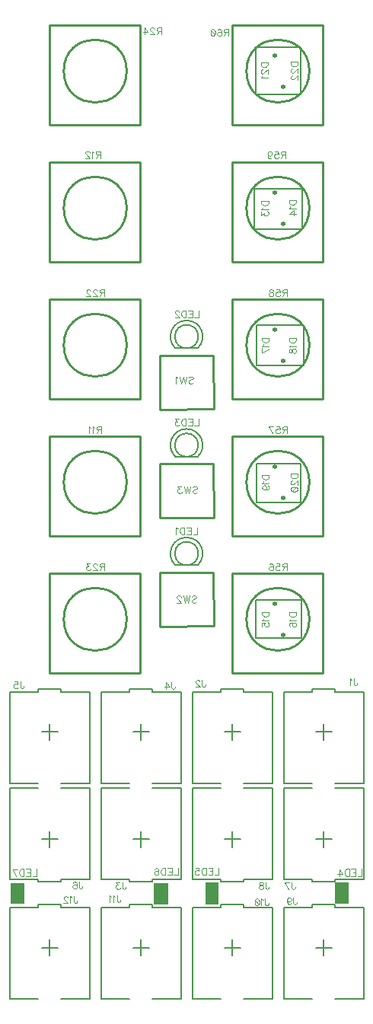
<source format=gbo>
G04 DipTrace 3.3.0.0*
G04 uTidesII.GBO*
%MOIN*%
G04 #@! TF.FileFunction,Legend,Bot*
G04 #@! TF.Part,Single*
%ADD10C,0.009843*%
%ADD21C,0.006*%
%ADD32O,0.021404X0.017461*%
%ADD37C,0.005*%
%ADD46C,0.005984*%
%ADD146C,0.004632*%
%FSLAX26Y26*%
G04*
G70*
G90*
G75*
G01*
G04 BotSilk*
%LPD*%
D32*
X1569292Y3949059D3*
X1606257Y3813990D3*
X1569292Y2149059D3*
X1606257Y2013990D3*
X1569292Y3349059D3*
X1606257Y3213990D3*
X1569292Y2749059D3*
X1606257Y2613990D3*
X1569292Y4549059D3*
X1606257Y4413990D3*
X1816559Y1588320D2*
D21*
X1746524D1*
X1781524Y1553390D2*
Y1623350D1*
X1731509Y1763218D2*
X1606524D1*
X1831539D2*
X1956524D1*
X1831539Y1363239D2*
X1956524D1*
X1731509D2*
X1606524D1*
Y1763218D1*
X1956524D2*
Y1363239D1*
X1831539Y1763218D2*
D46*
Y1775690D1*
X1731509D1*
Y1763218D1*
X1416559Y1588320D2*
D21*
X1346524D1*
X1381524Y1553390D2*
Y1623350D1*
X1331509Y1763218D2*
X1206524D1*
X1431539D2*
X1556524D1*
X1431539Y1363239D2*
X1556524D1*
X1331509D2*
X1206524D1*
Y1763218D1*
X1556524D2*
Y1363239D1*
X1431539Y1763218D2*
D46*
Y1775690D1*
X1331509D1*
Y1763218D1*
X946489Y1118928D2*
D21*
X1016524D1*
X981524Y1153858D2*
Y1083899D1*
X1031539Y944030D2*
X1156524D1*
X931509D2*
X806524D1*
X931509Y1344010D2*
X806524D1*
X1031539D2*
X1156524D1*
Y944030D1*
X806524D2*
Y1344010D1*
X931509Y944030D2*
D46*
Y931559D1*
X1031539D1*
Y944030D1*
X1016559Y1588320D2*
D21*
X946524D1*
X981524Y1553390D2*
Y1623350D1*
X931509Y1763218D2*
X806524D1*
X1031539D2*
X1156524D1*
X1031539Y1363239D2*
X1156524D1*
X931509D2*
X806524D1*
Y1763218D1*
X1156524D2*
Y1363239D1*
X1031539Y1763218D2*
D46*
Y1775690D1*
X931509D1*
Y1763218D1*
X616559Y1588320D2*
D21*
X546524D1*
X581524Y1553390D2*
Y1623350D1*
X531509Y1763218D2*
X406524D1*
X631539D2*
X756524D1*
X631539Y1363239D2*
X756524D1*
X531509D2*
X406524D1*
Y1763218D1*
X756524D2*
Y1363239D1*
X631539Y1763218D2*
D46*
Y1775690D1*
X531509D1*
Y1763218D1*
X546489Y1118928D2*
D21*
X616524D1*
X581524Y1153858D2*
Y1083899D1*
X631539Y944030D2*
X756524D1*
X531509D2*
X406524D1*
X531509Y1344010D2*
X406524D1*
X631539D2*
X756524D1*
Y944030D1*
X406524D2*
Y1344010D1*
X531509Y944030D2*
D46*
Y931559D1*
X631539D1*
Y944030D1*
X1746489Y1118928D2*
D21*
X1816524D1*
X1781524Y1153858D2*
Y1083899D1*
X1831539Y944030D2*
X1956524D1*
X1731509D2*
X1606524D1*
X1731509Y1344010D2*
X1606524D1*
X1831539D2*
X1956524D1*
Y944030D1*
X1606524D2*
Y1344010D1*
X1731509Y944030D2*
D46*
Y931559D1*
X1831539D1*
Y944030D1*
X1346489Y1118928D2*
D21*
X1416524D1*
X1381524Y1153858D2*
Y1083899D1*
X1431539Y944030D2*
X1556524D1*
X1331509D2*
X1206524D1*
X1331509Y1344010D2*
X1206524D1*
X1431539D2*
X1556524D1*
Y944030D1*
X1206524D2*
Y1344010D1*
X1331509Y944030D2*
D46*
Y931559D1*
X1431539D1*
Y944030D1*
X1816559Y644121D2*
D21*
X1746524D1*
X1781524Y609191D2*
Y679150D1*
X1731509Y819019D2*
X1606524D1*
X1831539D2*
X1956524D1*
X1831539Y419039D2*
X1956524D1*
X1731509D2*
X1606524D1*
Y819019D1*
X1956524D2*
Y419039D1*
X1831539Y819019D2*
D46*
Y831490D1*
X1731509D1*
Y819019D1*
X1416559Y644121D2*
D21*
X1346524D1*
X1381524Y609191D2*
Y679150D1*
X1331509Y819019D2*
X1206524D1*
X1431539D2*
X1556524D1*
X1431539Y419039D2*
X1556524D1*
X1331509D2*
X1206524D1*
Y819019D1*
X1556524D2*
Y419039D1*
X1431539Y819019D2*
D46*
Y831490D1*
X1331509D1*
Y819019D1*
X1016559Y644121D2*
D21*
X946524D1*
X981524Y609191D2*
Y679150D1*
X931509Y819019D2*
X806524D1*
X1031539D2*
X1156524D1*
X1031539Y419039D2*
X1156524D1*
X931509D2*
X806524D1*
Y819019D1*
X1156524D2*
Y419039D1*
X1031539Y819019D2*
D46*
Y831490D1*
X931509D1*
Y819019D1*
X616559Y644121D2*
D21*
X546524D1*
X581524Y609191D2*
Y679150D1*
X531509Y819019D2*
X406524D1*
X631539D2*
X756524D1*
X631539Y419039D2*
X756524D1*
X531509D2*
X406524D1*
Y819019D1*
X756524D2*
Y419039D1*
X631539Y819019D2*
D46*
Y831490D1*
X531509D1*
Y819019D1*
X1231531Y2319026D2*
D37*
G03X1131518Y2319026I-50007J49997D01*
G01*
X1231531D2*
X1131518D1*
X1130354Y2369026D2*
G02X1130354Y2369026I51170J0D01*
G01*
X1231531Y3269026D2*
G03X1131518Y3269026I-50007J49997D01*
G01*
X1231531D2*
X1131518D1*
X1130354Y3319026D2*
G02X1130354Y3319026I51170J0D01*
G01*
X1231531Y2794026D2*
G03X1131518Y2794026I-50007J49997D01*
G01*
X1231531D2*
X1131518D1*
X1130354Y2844026D2*
G02X1130354Y2844026I51170J0D01*
G01*
X978377Y2881526D2*
D10*
X581544D1*
Y2445341D1*
X978377D1*
Y2881526D1*
X643733Y2681521D2*
G02X643733Y2681521I137768J0D01*
G01*
X978377Y4081526D2*
X581544D1*
Y3645341D1*
X978377D1*
Y4081526D1*
X643733Y3881521D2*
G02X643733Y3881521I137768J0D01*
G01*
X978377Y3481526D2*
X581544D1*
Y3045341D1*
X978377D1*
Y3481526D1*
X643733Y3281521D2*
G02X643733Y3281521I137768J0D01*
G01*
X978377Y2281526D2*
X581544D1*
Y1845341D1*
X978377D1*
Y2281526D1*
X643733Y2081521D2*
G02X643733Y2081521I137768J0D01*
G01*
X978377Y4681526D2*
X581544D1*
Y4245341D1*
X978377D1*
Y4681526D1*
X643733Y4481521D2*
G02X643733Y4481521I137768J0D01*
G01*
X1778377Y2281526D2*
X1381544D1*
Y1845341D1*
X1778377D1*
Y2281526D1*
X1443733Y2081521D2*
G02X1443733Y2081521I137768J0D01*
G01*
X1778377Y2881526D2*
X1381544D1*
Y2445341D1*
X1778377D1*
Y2881526D1*
X1443733Y2681521D2*
G02X1443733Y2681521I137768J0D01*
G01*
X1778377Y3481526D2*
X1381544D1*
Y3045341D1*
X1778377D1*
Y3481526D1*
X1443733Y3281521D2*
G02X1443733Y3281521I137768J0D01*
G01*
X1778377Y4081526D2*
X1381544D1*
Y3645341D1*
X1778377D1*
Y4081526D1*
X1443733Y3881521D2*
G02X1443733Y3881521I137768J0D01*
G01*
X1778377Y4681526D2*
X1381544D1*
Y4245341D1*
X1778377D1*
Y4681526D1*
X1443733Y4481521D2*
G02X1443733Y4481521I137768J0D01*
G01*
X1299443Y3237308D2*
X1063236Y3236950D1*
X1063606Y3000723D1*
X1299837Y3001146D1*
X1299443Y3237308D1*
Y2287308D2*
X1063236Y2286950D1*
X1063606Y2050723D1*
X1299837Y2051146D1*
X1299443Y2287308D1*
Y2762308D2*
X1063236Y2761950D1*
X1063606Y2525723D1*
X1299837Y2526146D1*
X1299443Y2762308D1*
X1486229Y2165131D2*
D21*
X1682992D1*
Y1999850D1*
X1486229D1*
Y2165131D1*
X1486723Y2764182D2*
X1679780D1*
Y2593549D1*
X1486723D1*
Y2764182D1*
X1487997Y3367856D2*
X1693206D1*
Y3193049D1*
X1487997D1*
Y3367856D1*
X1479095Y3965818D2*
X1686779D1*
Y3790311D1*
X1479095D1*
Y3965818D1*
X1485828Y4585101D2*
X1682745D1*
Y4377820D1*
X1485828D1*
Y4585101D1*
G36*
X409652Y927301D2*
X471295D1*
Y836488D1*
X409652D1*
Y927301D1*
G37*
G36*
X1038521Y925368D2*
X1099656D1*
Y833128D1*
X1038521D1*
Y925368D1*
G37*
G36*
X1265902Y929658D2*
X1320602D1*
Y834202D1*
X1265902D1*
Y929658D1*
G37*
G36*
X1831574Y927885D2*
X1890077D1*
Y834282D1*
X1831574D1*
Y927885D1*
G37*
X1509476Y3913532D2*
D146*
X1539620D1*
Y3903484D1*
X1538161Y3899173D1*
X1535309Y3896288D1*
X1532424Y3894862D1*
X1528147Y3893436D1*
X1520950D1*
X1516639Y3894862D1*
X1513788Y3896288D1*
X1510902Y3899173D1*
X1509476Y3903484D1*
Y3913532D1*
X1515247Y3884172D2*
X1513788Y3881287D1*
X1509510Y3876976D1*
X1539620D1*
X1509510Y3864828D2*
Y3849076D1*
X1520984Y3857665D1*
Y3853354D1*
X1522410Y3850502D1*
X1523835Y3849076D1*
X1528146Y3847617D1*
X1530998D1*
X1535309Y3849076D1*
X1538195Y3851928D1*
X1539621Y3856239D1*
Y3860550D1*
X1538195Y3864828D1*
X1536735Y3866254D1*
X1533884Y3867713D1*
X1630299Y3917031D2*
X1660443D1*
Y3906983D1*
X1658984Y3902672D1*
X1656132Y3899787D1*
X1653247Y3898361D1*
X1648969Y3896935D1*
X1641773D1*
X1637462Y3898361D1*
X1634610Y3899787D1*
X1631725Y3902672D1*
X1630299Y3906983D1*
Y3917031D1*
X1636069Y3887671D2*
X1634610Y3884786D1*
X1630332Y3880475D1*
X1660443D1*
Y3856853D2*
X1630332D1*
X1650395Y3871212D1*
Y3849690D1*
X1512223Y2113553D2*
X1542367D1*
Y2103505D1*
X1540908Y2099194D1*
X1538056Y2096309D1*
X1535171Y2094883D1*
X1530893Y2093457D1*
X1523697D1*
X1519386Y2094883D1*
X1516534Y2096309D1*
X1513649Y2099194D1*
X1512223Y2103505D1*
Y2113553D1*
X1517993Y2084193D2*
X1516534Y2081308D1*
X1512256Y2076997D1*
X1542367D1*
X1512256Y2050523D2*
Y2064849D1*
X1525156Y2066275D1*
X1523730Y2064849D1*
X1522271Y2060538D1*
Y2056260D1*
X1523730Y2051949D1*
X1526582Y2049064D1*
X1530893Y2047638D1*
X1533745D1*
X1538056Y2049064D1*
X1540941Y2051949D1*
X1542367Y2056260D1*
Y2060538D1*
X1540941Y2064849D1*
X1539482Y2066275D1*
X1536630Y2067734D1*
X1631455Y2112865D2*
X1661599D1*
Y2102817D1*
X1660140Y2098506D1*
X1657288Y2095621D1*
X1654403Y2094195D1*
X1650126Y2092769D1*
X1642929D1*
X1638618Y2094195D1*
X1635767Y2095621D1*
X1632881Y2098506D1*
X1631456Y2102817D1*
X1631455Y2112865D1*
X1637226Y2083506D2*
X1635767Y2080621D1*
X1631489Y2076310D1*
X1661599D1*
X1635766Y2049835D2*
X1632915Y2051261D1*
X1631489Y2055572D1*
Y2058424D1*
X1632915Y2062735D1*
X1637226Y2065620D1*
X1644389Y2067046D1*
X1651552D1*
X1657288Y2065620D1*
X1660174Y2062735D1*
X1661600Y2058424D1*
Y2056998D1*
X1660174Y2052720D1*
X1657288Y2049835D1*
X1652977Y2048409D1*
X1651551D1*
X1647240Y2049835D1*
X1644389Y2052720D1*
X1642963Y2056998D1*
Y2058424D1*
X1644389Y2062735D1*
X1647240Y2065620D1*
X1651552Y2067046D1*
X1512620Y3313775D2*
X1542764D1*
Y3303727D1*
X1541304Y3299416D1*
X1538452Y3296531D1*
X1535567Y3295105D1*
X1531290Y3293679D1*
X1524093D1*
X1519782Y3295105D1*
X1516931Y3296531D1*
X1514045Y3299416D1*
X1512620Y3303727D1*
Y3313775D1*
X1518390Y3284415D2*
X1516931Y3281530D1*
X1512653Y3277219D1*
X1542764D1*
Y3262219D2*
X1512653Y3247860D1*
Y3267956D1*
X1630702Y3312756D2*
X1660846Y3312755D1*
Y3302707D1*
X1659387Y3298396D1*
X1656535Y3295511D1*
X1653650Y3294085D1*
X1649372Y3292660D1*
X1642176D1*
X1637865Y3294085D1*
X1635013Y3295511D1*
X1632128Y3298397D1*
X1630702Y3302708D1*
Y3312756D1*
X1636472Y3283396D2*
X1635013Y3280511D1*
X1630735Y3276200D1*
X1660846D1*
X1630735Y3259773D2*
X1632161Y3264051D1*
X1635013Y3265510D1*
X1637898D1*
X1640750Y3264051D1*
X1642209Y3261199D1*
X1643635Y3255462D1*
X1645061Y3251151D1*
X1647946Y3248300D1*
X1650798Y3246874D1*
X1655109D1*
X1657961Y3248300D1*
X1659420Y3249725D1*
X1660846Y3254036D1*
Y3259773D1*
X1659420Y3264051D1*
X1657961Y3265510D1*
X1655109Y3266936D1*
X1650798D1*
X1647946Y3265510D1*
X1645061Y3262625D1*
X1643635Y3258348D1*
X1642209Y3252611D1*
X1640750Y3249726D1*
X1637898Y3248300D1*
X1635013D1*
X1632161Y3249726D1*
X1630735Y3254037D1*
Y3259773D1*
X1512587Y2713688D2*
X1542731D1*
Y2703640D1*
X1541272Y2699329D1*
X1538420Y2696444D1*
X1535535Y2695018D1*
X1531257Y2693592D1*
X1524061D1*
X1519750Y2695018D1*
X1516898Y2696444D1*
X1514013Y2699329D1*
X1512587Y2703640D1*
Y2713688D1*
X1518357Y2684328D2*
X1516898Y2681443D1*
X1512620Y2677132D1*
X1542731D1*
X1522635Y2649199D2*
X1526946Y2650658D1*
X1529831Y2653510D1*
X1531257Y2657821D1*
Y2659247D1*
X1529831Y2663558D1*
X1526946Y2666409D1*
X1522635Y2667869D1*
X1521209D1*
X1516898Y2666410D1*
X1514046Y2663558D1*
X1512620Y2659247D1*
Y2657821D1*
X1514046Y2653510D1*
X1516898Y2650658D1*
X1522635Y2649199D1*
X1529831D1*
X1536994Y2650658D1*
X1541305Y2653510D1*
X1542731Y2657821D1*
Y2660672D1*
X1541305Y2664983D1*
X1538420Y2666409D1*
X1637994Y2719016D2*
X1668138D1*
Y2708968D1*
X1666678Y2704657D1*
X1663827Y2701772D1*
X1660941Y2700346D1*
X1656664Y2698920D1*
X1649468D1*
X1645156Y2700346D1*
X1642305Y2701772D1*
X1639420Y2704657D1*
X1637994Y2708968D1*
Y2719016D1*
X1645190Y2688197D2*
X1643764D1*
X1640879Y2686771D1*
X1639453Y2685345D1*
X1638027Y2682460D1*
Y2676723D1*
X1639453Y2673872D1*
X1640879Y2672446D1*
X1643764Y2670986D1*
X1646616D1*
X1649501Y2672446D1*
X1653779Y2675297D1*
X1668138Y2689656D1*
Y2669560D1*
X1638027Y2651675D2*
X1639453Y2655986D1*
X1643764Y2658871D1*
X1650927Y2660297D1*
X1655238D1*
X1662401Y2658871D1*
X1666712Y2655986D1*
X1668138Y2651675D1*
Y2648823D1*
X1666712Y2644512D1*
X1662401Y2641660D1*
X1655238Y2640201D1*
X1650927D1*
X1643764Y2641660D1*
X1639453Y2644512D1*
X1638027Y2648823D1*
Y2651675D1*
X1643764Y2641660D2*
X1662401Y2658871D1*
X1506818Y4518851D2*
X1536962D1*
Y4508803D1*
X1535503Y4504492D1*
X1532651Y4501607D1*
X1529766Y4500181D1*
X1525488Y4498755D1*
X1518292D1*
X1513981Y4500181D1*
X1511129Y4501607D1*
X1508244Y4504492D1*
X1506818Y4508803D1*
Y4518851D1*
X1514014Y4488032D2*
X1512588D1*
X1509703Y4486606D1*
X1508277Y4485180D1*
X1506851Y4482295D1*
Y4476558D1*
X1508277Y4473706D1*
X1509703Y4472280D1*
X1512588Y4470821D1*
X1515440D1*
X1518325Y4472280D1*
X1522603Y4475132D1*
X1536962Y4489491D1*
Y4469395D1*
X1512588Y4460132D2*
X1511129Y4457247D1*
X1506851Y4452936D1*
X1536962D1*
X1638476Y4522040D2*
X1668620D1*
Y4511992D1*
X1667161Y4507681D1*
X1664309Y4504796D1*
X1661424Y4503370D1*
X1657147Y4501944D1*
X1649950D1*
X1645639Y4503370D1*
X1642788Y4504796D1*
X1639902Y4507681D1*
X1638476Y4511992D1*
Y4522040D1*
X1645673Y4491221D2*
X1644247D1*
X1641362Y4489795D1*
X1639936Y4488369D1*
X1638510Y4485484D1*
Y4479747D1*
X1639936Y4476895D1*
X1641362Y4475469D1*
X1644247Y4474010D1*
X1647099D1*
X1649984Y4475469D1*
X1654261Y4478321D1*
X1668620Y4492680D1*
Y4472584D1*
X1645673Y4461862D2*
X1644247D1*
X1641362Y4460436D1*
X1639936Y4459010D1*
X1638510Y4456125D1*
Y4450388D1*
X1639936Y4447536D1*
X1641362Y4446110D1*
X1644247Y4444651D1*
X1647098D1*
X1649984Y4446110D1*
X1654261Y4448962D1*
X1668620Y4463321D1*
Y4443225D1*
X1914426Y1821881D2*
Y1798933D1*
X1915852Y1794622D1*
X1917312Y1793196D1*
X1920163Y1791737D1*
X1923049D1*
X1925900Y1793196D1*
X1927326Y1794622D1*
X1928785Y1798933D1*
Y1801785D1*
X1905163Y1816111D2*
X1902278Y1817570D1*
X1897967Y1821848D1*
Y1791737D1*
X1249417Y1815233D2*
Y1792285D1*
X1250843Y1787974D1*
X1252302Y1786548D1*
X1255154Y1785089D1*
X1258039D1*
X1260891Y1786548D1*
X1262317Y1787974D1*
X1263776Y1792285D1*
Y1795137D1*
X1238694Y1808036D2*
Y1809462D1*
X1237268Y1812348D1*
X1235843Y1813773D1*
X1232957Y1815199D1*
X1227220D1*
X1224369Y1813773D1*
X1222943Y1812348D1*
X1221484Y1809462D1*
Y1806611D1*
X1222943Y1803725D1*
X1225795Y1799448D1*
X1240154Y1785089D1*
X1220058D1*
X900539Y930475D2*
Y907527D1*
X901965Y903216D1*
X903424Y901790D1*
X906276Y900331D1*
X909161D1*
X912013Y901790D1*
X913439Y903216D1*
X914898Y907527D1*
Y910379D1*
X888391Y930442D2*
X872639D1*
X881228Y918968D1*
X876917D1*
X874065Y917542D1*
X872639Y916116D1*
X871180Y911805D1*
Y908953D1*
X872639Y904642D1*
X875491Y901757D1*
X879802Y900331D1*
X884113D1*
X888391Y901757D1*
X889816Y903216D1*
X891276Y906068D1*
X1115761Y1806467D2*
Y1783520D1*
X1117187Y1779209D1*
X1118646Y1777783D1*
X1121498Y1776323D1*
X1124383D1*
X1127235Y1777783D1*
X1128661Y1779209D1*
X1130120Y1783520D1*
Y1786371D1*
X1092139Y1776323D2*
Y1806434D1*
X1106498Y1786371D1*
X1084976D1*
X453615Y1809150D2*
Y1786202D1*
X455041Y1781891D1*
X456500Y1780465D1*
X459352Y1779006D1*
X462237D1*
X465089Y1780465D1*
X466515Y1781891D1*
X467974Y1786202D1*
Y1789054D1*
X427141Y1809117D2*
X441467D1*
X442893Y1796217D1*
X441467Y1797643D1*
X437156Y1799102D1*
X432878D1*
X428567Y1797643D1*
X425682Y1794791D1*
X424256Y1790480D1*
Y1787628D1*
X425682Y1783317D1*
X428567Y1780432D1*
X432878Y1779006D1*
X437156D1*
X441467Y1780432D1*
X442893Y1781891D1*
X444352Y1784743D1*
X710298Y931815D2*
Y908867D1*
X711724Y904556D1*
X713183Y903130D1*
X716035Y901671D1*
X718920D1*
X721772Y903130D1*
X723198Y904556D1*
X724657Y908867D1*
Y911719D1*
X683823Y927504D2*
X685249Y930356D1*
X689560Y931782D1*
X692412D1*
X696723Y930356D1*
X699608Y926045D1*
X701034Y918882D1*
Y911719D1*
X699608Y905982D1*
X696723Y903097D1*
X692412Y901671D1*
X690986D1*
X686708Y903097D1*
X683823Y905982D1*
X682397Y910293D1*
Y911719D1*
X683823Y916030D1*
X686708Y918882D1*
X690986Y920308D1*
X692412D1*
X696723Y918882D1*
X699608Y916030D1*
X701034Y911719D1*
X1642135Y930322D2*
Y907374D1*
X1643561Y903063D1*
X1645020Y901637D1*
X1647872Y900178D1*
X1650757D1*
X1653609Y901637D1*
X1655035Y903063D1*
X1656494Y907374D1*
Y910226D1*
X1627134Y900178D2*
X1612775Y930289D1*
X1632871D1*
X1527508Y930508D2*
Y907560D1*
X1528934Y903249D1*
X1530393Y901823D1*
X1533245Y900364D1*
X1536130D1*
X1538982Y901823D1*
X1540408Y903249D1*
X1541867Y907560D1*
Y910412D1*
X1511082Y930475D2*
X1515360Y929049D1*
X1516819Y926197D1*
Y923312D1*
X1515360Y920460D1*
X1512508Y919001D1*
X1506771Y917575D1*
X1502460Y916149D1*
X1499608Y913264D1*
X1498182Y910412D1*
Y906101D1*
X1499608Y903249D1*
X1501034Y901790D1*
X1505345Y900364D1*
X1511082D1*
X1515360Y901790D1*
X1516819Y903249D1*
X1518245Y906101D1*
Y910412D1*
X1516819Y913264D1*
X1513934Y916149D1*
X1509656Y917575D1*
X1503919Y919001D1*
X1501034Y920460D1*
X1499608Y923312D1*
Y926197D1*
X1501034Y929049D1*
X1505345Y930475D1*
X1511082D1*
X1649464Y863641D2*
Y840693D1*
X1650890Y836382D1*
X1652349Y834956D1*
X1655201Y833497D1*
X1658086D1*
X1660938Y834956D1*
X1662364Y836382D1*
X1663823Y840693D1*
Y843545D1*
X1621530Y853593D2*
X1622989Y849282D1*
X1625841Y846397D1*
X1630152Y844971D1*
X1631578D1*
X1635889Y846397D1*
X1638741Y849282D1*
X1640200Y853593D1*
Y855019D1*
X1638741Y859330D1*
X1635889Y862182D1*
X1631578Y863608D1*
X1630152D1*
X1625841Y862182D1*
X1622989Y859330D1*
X1621530Y853593D1*
Y846397D1*
X1622989Y839234D1*
X1625841Y834923D1*
X1630152Y833497D1*
X1633004D1*
X1637315Y834923D1*
X1638741Y837808D1*
X1525782Y857737D2*
Y834789D1*
X1527208Y830478D1*
X1528667Y829052D1*
X1531519Y827593D1*
X1534404D1*
X1537256Y829052D1*
X1538682Y830478D1*
X1540141Y834789D1*
Y837641D1*
X1516519Y851966D2*
X1513633Y853425D1*
X1509322Y857703D1*
Y827593D1*
X1491437Y857703D2*
X1495748Y856277D1*
X1498633Y851966D1*
X1500059Y844803D1*
Y840492D1*
X1498633Y833329D1*
X1495748Y829018D1*
X1491437Y827593D1*
X1488585D1*
X1484274Y829018D1*
X1481422Y833329D1*
X1479963Y840492D1*
Y844803D1*
X1481422Y851966D1*
X1484274Y856277D1*
X1488585Y857703D1*
X1491437D1*
X1481422Y851966D2*
X1498633Y833329D1*
X876847Y872994D2*
Y850046D1*
X878273Y845735D1*
X879732Y844309D1*
X882584Y842850D1*
X885469D1*
X888321Y844309D1*
X889746Y845735D1*
X891206Y850046D1*
Y852898D1*
X867583Y867224D2*
X864698Y868683D1*
X860387Y872961D1*
Y842850D1*
X851123Y867224D2*
X848238Y868683D1*
X843927Y872961D1*
Y842850D1*
X688421Y868971D2*
Y846024D1*
X689847Y841712D1*
X691306Y840287D1*
X694158Y838827D1*
X697043D1*
X699895Y840287D1*
X701321Y841712D1*
X702780Y846024D1*
Y848875D1*
X679158Y863201D2*
X676273Y864660D1*
X671962Y868938D1*
Y838827D1*
X661239Y861775D2*
Y863201D1*
X659813Y866086D1*
X658387Y867512D1*
X655502Y868938D1*
X649765D1*
X646913Y867512D1*
X645487Y866086D1*
X644028Y863201D1*
Y860349D1*
X645487Y857464D1*
X648339Y853186D1*
X662698Y838827D1*
X642602D1*
X1226990Y2483670D2*
Y2453526D1*
X1209779D1*
X1181878Y2483670D2*
X1200515D1*
Y2453526D1*
X1181878D1*
X1200515Y2469311D2*
X1189041D1*
X1172615Y2483670D2*
Y2453526D1*
X1162567D1*
X1158256Y2454985D1*
X1155371Y2457837D1*
X1153945Y2460722D1*
X1152519Y2465000D1*
Y2472196D1*
X1153945Y2476507D1*
X1155371Y2479359D1*
X1158256Y2482244D1*
X1162567Y2483670D1*
X1172615D1*
X1143255Y2477899D2*
X1140370Y2479359D1*
X1136059Y2483636D1*
Y2453526D1*
X1233440Y3433670D2*
Y3403526D1*
X1216229D1*
X1188328Y3433670D2*
X1206965D1*
Y3403526D1*
X1188328D1*
X1206965Y3419311D2*
X1195491D1*
X1179065Y3433670D2*
Y3403526D1*
X1169017D1*
X1164706Y3404985D1*
X1161821Y3407837D1*
X1160395Y3410722D1*
X1158969Y3415000D1*
Y3422196D1*
X1160395Y3426507D1*
X1161821Y3429359D1*
X1164706Y3432244D1*
X1169017Y3433670D1*
X1179065D1*
X1148246Y3426473D2*
Y3427899D1*
X1146820Y3430785D1*
X1145394Y3432210D1*
X1142509Y3433636D1*
X1136772D1*
X1133920Y3432210D1*
X1132494Y3430785D1*
X1131035Y3427899D1*
Y3425048D1*
X1132494Y3422162D1*
X1135346Y3417885D1*
X1149705Y3403526D1*
X1129609D1*
X1233440Y2958670D2*
Y2928526D1*
X1216229D1*
X1188328Y2958670D2*
X1206965D1*
Y2928526D1*
X1188328D1*
X1206965Y2944311D2*
X1195491D1*
X1179065Y2958670D2*
Y2928526D1*
X1169017D1*
X1164706Y2929985D1*
X1161821Y2932837D1*
X1160395Y2935722D1*
X1158969Y2940000D1*
Y2947196D1*
X1160395Y2951507D1*
X1161821Y2954359D1*
X1164706Y2957244D1*
X1169017Y2958670D1*
X1179065D1*
X1146820Y2958636D2*
X1131068D1*
X1139657Y2947162D1*
X1135346D1*
X1132494Y2945737D1*
X1131068Y2944311D1*
X1129609Y2940000D1*
Y2937148D1*
X1131068Y2932837D1*
X1133920Y2929952D1*
X1138231Y2928526D1*
X1142542D1*
X1146820Y2929952D1*
X1148246Y2931411D1*
X1149705Y2934263D1*
X1947832Y987593D2*
Y957449D1*
X1930622D1*
X1902721Y987593D2*
X1921358D1*
Y957449D1*
X1902721D1*
X1921358Y973234D2*
X1909884D1*
X1893458Y987593D2*
Y957449D1*
X1883410D1*
X1879099Y958909D1*
X1876213Y961760D1*
X1874787Y964646D1*
X1873362Y968923D1*
Y976120D1*
X1874787Y980431D1*
X1876213Y983282D1*
X1879099Y986168D1*
X1883410Y987593D1*
X1893458D1*
X1849739Y957449D2*
Y987560D1*
X1864098Y967497D1*
X1842576D1*
X1321417Y992313D2*
Y962169D1*
X1304206D1*
X1276306Y992313D2*
X1294943D1*
Y962169D1*
X1276306D1*
X1294943Y977954D2*
X1283469D1*
X1267042Y992313D2*
Y962169D1*
X1256994D1*
X1252683Y963628D1*
X1249798Y966480D1*
X1248372Y969365D1*
X1246946Y973643D1*
Y980839D1*
X1248372Y985150D1*
X1249798Y988002D1*
X1252683Y990887D1*
X1256994Y992313D1*
X1267042D1*
X1220472Y992279D2*
X1234798D1*
X1236224Y979380D1*
X1234798Y980806D1*
X1230487Y982265D1*
X1226209D1*
X1221898Y980806D1*
X1219013Y977954D1*
X1217587Y973643D1*
Y970791D1*
X1219013Y966480D1*
X1221898Y963595D1*
X1226209Y962169D1*
X1230487D1*
X1234798Y963595D1*
X1236224Y965054D1*
X1237683Y967906D1*
X1143201Y991133D2*
Y960989D1*
X1125990D1*
X1098090Y991133D2*
X1116726D1*
Y960989D1*
X1098090D1*
X1116726Y976774D2*
X1105253D1*
X1088826Y991133D2*
Y960989D1*
X1078778D1*
X1074467Y962448D1*
X1071582Y965300D1*
X1070156Y968185D1*
X1068730Y972463D1*
Y979659D1*
X1070156Y983970D1*
X1071582Y986822D1*
X1074467Y989707D1*
X1078778Y991133D1*
X1088826D1*
X1042256Y986822D2*
X1043681Y989674D1*
X1047993Y991100D1*
X1050844D1*
X1055155Y989674D1*
X1058041Y985363D1*
X1059466Y978200D1*
Y971037D1*
X1058041Y965300D1*
X1055155Y962415D1*
X1050844Y960989D1*
X1049418D1*
X1045141Y962415D1*
X1042256Y965300D1*
X1040830Y969611D1*
Y971037D1*
X1042256Y975348D1*
X1045141Y978200D1*
X1049418Y979626D1*
X1050844D1*
X1055155Y978200D1*
X1058041Y975348D1*
X1059466Y971037D1*
X523760Y987593D2*
Y957449D1*
X506549D1*
X478649Y987593D2*
X497285D1*
Y957449D1*
X478649D1*
X497285Y973234D2*
X485811D1*
X469385Y987593D2*
Y957449D1*
X459337D1*
X455026Y958909D1*
X452141Y961760D1*
X450715Y964646D1*
X449289Y968923D1*
Y976120D1*
X450715Y980431D1*
X452141Y983282D1*
X455026Y986168D1*
X459337Y987593D1*
X469385D1*
X434288Y957449D2*
X419929Y987560D1*
X440025D1*
X808032Y2911101D2*
X795132D1*
X790821Y2912560D1*
X789362Y2913986D1*
X787936Y2916838D1*
Y2919723D1*
X789362Y2922575D1*
X790821Y2924034D1*
X795132Y2925460D1*
X808032D1*
Y2895316D1*
X797984Y2911101D2*
X787936Y2895316D1*
X778673Y2919689D2*
X775787Y2921149D1*
X771476Y2925426D1*
Y2895316D1*
X762213Y2919689D2*
X759328Y2921149D1*
X755017Y2925426D1*
Y2895316D1*
X803737Y4116372D2*
X790837D1*
X786526Y4117831D1*
X785067Y4119257D1*
X783641Y4122109D1*
Y4124994D1*
X785067Y4127846D1*
X786526Y4129305D1*
X790837Y4130731D1*
X803737D1*
Y4100587D1*
X793689Y4116372D2*
X783641Y4100587D1*
X774377Y4124961D2*
X771492Y4126420D1*
X767181Y4130698D1*
Y4100587D1*
X756458Y4123535D2*
Y4124961D1*
X755032Y4127846D1*
X753606Y4129272D1*
X750721Y4130698D1*
X744984D1*
X742132Y4129272D1*
X740707Y4127846D1*
X739247Y4124961D1*
Y4122109D1*
X740707Y4119224D1*
X743558Y4114946D1*
X757917Y4100587D1*
X737821D1*
X820932Y3511101D2*
X808032D1*
X803721Y3512560D1*
X802262Y3513986D1*
X800836Y3516838D1*
Y3519723D1*
X802262Y3522575D1*
X803721Y3524034D1*
X808032Y3525460D1*
X820932D1*
Y3495316D1*
X810884Y3511101D2*
X800836Y3495316D1*
X790113Y3518264D2*
Y3519689D1*
X788687Y3522575D1*
X787261Y3524000D1*
X784376Y3525426D1*
X778639D1*
X775787Y3524000D1*
X774362Y3522575D1*
X772902Y3519689D1*
Y3516838D1*
X774362Y3513952D1*
X777213Y3509675D1*
X791572Y3495316D1*
X771476D1*
X760754Y3518264D2*
Y3519689D1*
X759328Y3522575D1*
X757902Y3524000D1*
X755017Y3525426D1*
X749280D1*
X746428Y3524000D1*
X745002Y3522575D1*
X743543Y3519689D1*
Y3516838D1*
X745002Y3513952D1*
X747854Y3509675D1*
X762213Y3495316D1*
X742117D1*
X820932Y2311101D2*
X808032D1*
X803721Y2312560D1*
X802262Y2313986D1*
X800836Y2316838D1*
Y2319723D1*
X802262Y2322575D1*
X803721Y2324034D1*
X808032Y2325460D1*
X820932D1*
Y2295316D1*
X810884Y2311101D2*
X800836Y2295316D1*
X790113Y2318264D2*
Y2319689D1*
X788687Y2322575D1*
X787261Y2324000D1*
X784376Y2325426D1*
X778639D1*
X775787Y2324000D1*
X774362Y2322575D1*
X772902Y2319689D1*
Y2316838D1*
X774362Y2313952D1*
X777213Y2309675D1*
X791572Y2295316D1*
X771476D1*
X759328Y2325426D2*
X743576D1*
X752165Y2313952D1*
X747854D1*
X745002Y2312527D1*
X743576Y2311101D1*
X742117Y2306790D1*
Y2303938D1*
X743576Y2299627D1*
X746428Y2296742D1*
X750739Y2295316D1*
X755050D1*
X759328Y2296742D1*
X760754Y2298201D1*
X762213Y2301053D1*
X1070476Y4657473D2*
X1057576D1*
X1053265Y4658932D1*
X1051806Y4660358D1*
X1050380Y4663210D1*
Y4666095D1*
X1051806Y4668947D1*
X1053265Y4670406D1*
X1057576Y4671832D1*
X1070476D1*
Y4641688D1*
X1060428Y4657473D2*
X1050380Y4641688D1*
X1039657Y4664636D2*
Y4666062D1*
X1038231Y4668947D1*
X1036805Y4670373D1*
X1033920Y4671799D1*
X1028183D1*
X1025331Y4670373D1*
X1023905Y4668947D1*
X1022446Y4666062D1*
Y4663210D1*
X1023905Y4660325D1*
X1026757Y4656047D1*
X1041116Y4641688D1*
X1021020D1*
X997398D2*
Y4671799D1*
X1011757Y4651736D1*
X990235D1*
X1620202Y2311101D2*
X1607303D1*
X1602992Y2312560D1*
X1601532Y2313986D1*
X1600106Y2316838D1*
Y2319723D1*
X1601532Y2322575D1*
X1602992Y2324034D1*
X1607303Y2325460D1*
X1620202D1*
Y2295316D1*
X1610154Y2311101D2*
X1600106Y2295316D1*
X1573632Y2325426D2*
X1587958D1*
X1589384Y2312527D1*
X1587958Y2313952D1*
X1583647Y2315412D1*
X1579369D1*
X1575058Y2313952D1*
X1572173Y2311101D1*
X1570747Y2306790D1*
Y2303938D1*
X1572173Y2299627D1*
X1575058Y2296742D1*
X1579369Y2295316D1*
X1583647D1*
X1587958Y2296742D1*
X1589384Y2298201D1*
X1590843Y2301053D1*
X1544272Y2321149D2*
X1545698Y2324000D1*
X1550009Y2325426D1*
X1552861D1*
X1557172Y2324000D1*
X1560057Y2319689D1*
X1561483Y2312527D1*
Y2305364D1*
X1560057Y2299627D1*
X1557172Y2296742D1*
X1552861Y2295316D1*
X1551435D1*
X1547157Y2296742D1*
X1544272Y2299627D1*
X1542846Y2303938D1*
Y2305364D1*
X1544272Y2309675D1*
X1547157Y2312527D1*
X1551435Y2313952D1*
X1552861D1*
X1557172Y2312527D1*
X1560057Y2309675D1*
X1561483Y2305364D1*
X1620932Y2911101D2*
X1608032D1*
X1603721Y2912560D1*
X1602262Y2913986D1*
X1600836Y2916838D1*
Y2919723D1*
X1602262Y2922575D1*
X1603721Y2924034D1*
X1608032Y2925460D1*
X1620932D1*
Y2895316D1*
X1610884Y2911101D2*
X1600836Y2895316D1*
X1574362Y2925426D2*
X1588687D1*
X1590113Y2912527D1*
X1588687Y2913952D1*
X1584376Y2915412D1*
X1580098D1*
X1575787Y2913952D1*
X1572902Y2911101D1*
X1571476Y2906790D1*
Y2903938D1*
X1572902Y2899627D1*
X1575787Y2896742D1*
X1580098Y2895316D1*
X1584376D1*
X1588687Y2896742D1*
X1590113Y2898201D1*
X1591572Y2901053D1*
X1556476Y2895316D2*
X1542117Y2925426D1*
X1562213D1*
X1620915Y3511101D2*
X1608016D1*
X1603704Y3512560D1*
X1602245Y3513986D1*
X1600819Y3516838D1*
Y3519723D1*
X1602245Y3522575D1*
X1603704Y3524034D1*
X1608016Y3525460D1*
X1620915D1*
Y3495316D1*
X1610867Y3511101D2*
X1600819Y3495316D1*
X1574345Y3525426D2*
X1588671D1*
X1590097Y3512527D1*
X1588671Y3513952D1*
X1584360Y3515412D1*
X1580082D1*
X1575771Y3513952D1*
X1572886Y3511101D1*
X1571460Y3506790D1*
Y3503938D1*
X1572886Y3499627D1*
X1575771Y3496742D1*
X1580082Y3495316D1*
X1584360D1*
X1588671Y3496742D1*
X1590097Y3498201D1*
X1591556Y3501053D1*
X1555033Y3525426D2*
X1559311Y3524000D1*
X1560770Y3521149D1*
Y3518264D1*
X1559311Y3515412D1*
X1556459Y3513952D1*
X1550722Y3512527D1*
X1546411Y3511101D1*
X1543559Y3508216D1*
X1542133Y3505364D1*
Y3501053D1*
X1543559Y3498201D1*
X1544985Y3496742D1*
X1549296Y3495316D1*
X1555033D1*
X1559311Y3496742D1*
X1560770Y3498201D1*
X1562196Y3501053D1*
Y3505364D1*
X1560770Y3508216D1*
X1557885Y3511101D1*
X1553607Y3512527D1*
X1547870Y3513952D1*
X1544985Y3515412D1*
X1543559Y3518264D1*
Y3521149D1*
X1544985Y3524000D1*
X1549296Y3525426D1*
X1555033D1*
X1614470Y4114825D2*
X1601570D1*
X1597259Y4116284D1*
X1595800Y4117710D1*
X1594374Y4120562D1*
Y4123447D1*
X1595800Y4126299D1*
X1597259Y4127758D1*
X1601570Y4129184D1*
X1614470D1*
Y4099040D1*
X1604422Y4114825D2*
X1594374Y4099040D1*
X1567899Y4129151D2*
X1582225D1*
X1583651Y4116251D1*
X1582225Y4117677D1*
X1577914Y4119136D1*
X1573636D1*
X1569325Y4117677D1*
X1566440Y4114825D1*
X1565014Y4110514D1*
Y4107662D1*
X1566440Y4103351D1*
X1569325Y4100466D1*
X1573636Y4099040D1*
X1577914D1*
X1582225Y4100466D1*
X1583651Y4101925D1*
X1585110Y4104777D1*
X1537081Y4119136D2*
X1538540Y4114825D1*
X1541392Y4111940D1*
X1545703Y4110514D1*
X1547129D1*
X1551440Y4111940D1*
X1554291Y4114825D1*
X1555751Y4119136D1*
Y4120562D1*
X1554291Y4124873D1*
X1551440Y4127725D1*
X1547129Y4129151D1*
X1545703D1*
X1541392Y4127725D1*
X1538540Y4124873D1*
X1537081Y4119136D1*
Y4111940D1*
X1538540Y4104777D1*
X1541392Y4100466D1*
X1545703Y4099040D1*
X1548554D1*
X1552866Y4100466D1*
X1554291Y4103351D1*
X1363864Y4651038D2*
X1350964D1*
X1346653Y4652497D1*
X1345194Y4653923D1*
X1343768Y4656775D1*
Y4659660D1*
X1345194Y4662512D1*
X1346653Y4663971D1*
X1350964Y4665397D1*
X1363864D1*
Y4635253D1*
X1353816Y4651038D2*
X1343768Y4635253D1*
X1317293Y4661086D2*
X1318719Y4663938D1*
X1323030Y4665363D1*
X1325882D1*
X1330193Y4663938D1*
X1333078Y4659626D1*
X1334504Y4652464D1*
Y4645301D1*
X1333078Y4639564D1*
X1330193Y4636679D1*
X1325882Y4635253D1*
X1324456D1*
X1320178Y4636679D1*
X1317293Y4639564D1*
X1315867Y4643875D1*
Y4645301D1*
X1317293Y4649612D1*
X1320178Y4652464D1*
X1324456Y4653890D1*
X1325882D1*
X1330193Y4652464D1*
X1333078Y4649612D1*
X1334504Y4645301D1*
X1297982Y4665363D2*
X1302293Y4663938D1*
X1305178Y4659626D1*
X1306604Y4652464D1*
Y4648153D1*
X1305178Y4640990D1*
X1302293Y4636679D1*
X1297982Y4635253D1*
X1295130D1*
X1290819Y4636679D1*
X1287967Y4640990D1*
X1286508Y4648153D1*
Y4652464D1*
X1287967Y4659626D1*
X1290819Y4663938D1*
X1295130Y4665363D1*
X1297982D1*
X1287967Y4659626D2*
X1305178Y4640990D1*
X1190061Y3139923D2*
X1192912Y3142808D1*
X1197224Y3144234D1*
X1202960D1*
X1207272Y3142808D1*
X1210157Y3139923D1*
Y3137071D1*
X1208697Y3134186D1*
X1207272Y3132760D1*
X1204420Y3131334D1*
X1195798Y3128449D1*
X1192912Y3127023D1*
X1191487Y3125564D1*
X1190061Y3122712D1*
Y3118401D1*
X1192912Y3115549D1*
X1197224Y3114090D1*
X1202960D1*
X1207272Y3115549D1*
X1210157Y3118401D1*
X1180797Y3144234D2*
X1173601Y3114090D1*
X1166438Y3144234D1*
X1159275Y3114090D1*
X1152079Y3144234D1*
X1142815Y3138464D2*
X1139930Y3139923D1*
X1135619Y3144201D1*
Y3114090D1*
X1205147Y2180002D2*
X1207999Y2182887D1*
X1212310Y2184313D1*
X1218047D1*
X1222358Y2182887D1*
X1225243Y2180002D1*
Y2177150D1*
X1223784Y2174265D1*
X1222358Y2172839D1*
X1219506Y2171413D1*
X1210884Y2168528D1*
X1207999Y2167102D1*
X1206573Y2165643D1*
X1205147Y2162791D1*
Y2158480D1*
X1207999Y2155628D1*
X1212310Y2154169D1*
X1218047D1*
X1222358Y2155628D1*
X1225243Y2158480D1*
X1195883Y2184313D2*
X1188687Y2154169D1*
X1181524Y2184313D1*
X1174362Y2154169D1*
X1167165Y2184313D1*
X1156443Y2177117D2*
Y2178542D1*
X1155017Y2181428D1*
X1153591Y2182854D1*
X1150706Y2184279D1*
X1144969D1*
X1142117Y2182854D1*
X1140691Y2181428D1*
X1139232Y2178542D1*
Y2175691D1*
X1140691Y2172806D1*
X1143543Y2168528D1*
X1157902Y2154169D1*
X1137806D1*
X1208601Y2659740D2*
X1211453Y2662626D1*
X1215764Y2664051D1*
X1221501D1*
X1225812Y2662626D1*
X1228697Y2659740D1*
Y2656889D1*
X1227238Y2654003D1*
X1225812Y2652578D1*
X1222960Y2651152D1*
X1214338Y2648266D1*
X1211453Y2646841D1*
X1210027Y2645381D1*
X1208601Y2642530D1*
Y2638218D1*
X1211453Y2635367D1*
X1215764Y2633907D1*
X1221501D1*
X1225812Y2635367D1*
X1228697Y2638218D1*
X1199338Y2664051D2*
X1192141Y2633907D1*
X1184979Y2664051D1*
X1177816Y2633907D1*
X1170619Y2664051D1*
X1158471Y2664018D2*
X1142719D1*
X1151308Y2652544D1*
X1146997D1*
X1144145Y2651118D1*
X1142719Y2649692D1*
X1141260Y2645381D1*
Y2642530D1*
X1142719Y2638218D1*
X1145571Y2635333D1*
X1149882Y2633907D1*
X1154193D1*
X1158471Y2635333D1*
X1159897Y2636793D1*
X1161356Y2639644D1*
M02*

</source>
